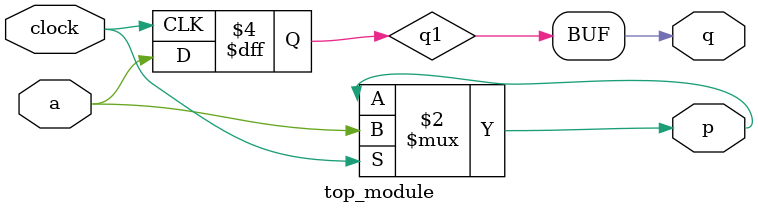
<source format=v>
module top_module (
    input clock,
    input a,
    output p,
    output q);
    reg q1 = 1;
    always @(negedge clock) begin;
        q1 <= a;
    end
    assign p = (clock) ? a : p ;
    assign q = q1;
endmodule

</source>
